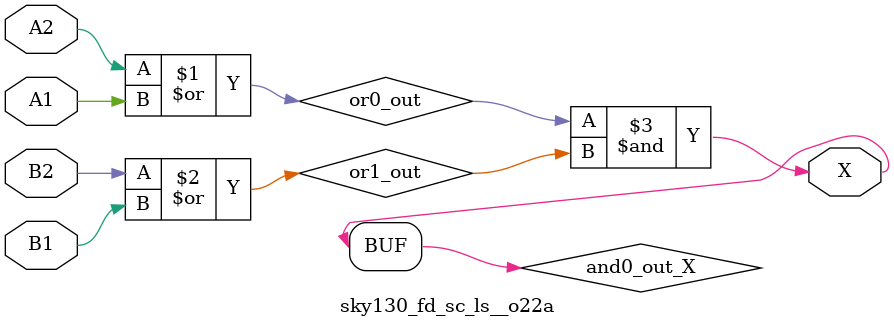
<source format=v>
/*
 * Copyright 2020 The SkyWater PDK Authors
 *
 * Licensed under the Apache License, Version 2.0 (the "License");
 * you may not use this file except in compliance with the License.
 * You may obtain a copy of the License at
 *
 *     https://www.apache.org/licenses/LICENSE-2.0
 *
 * Unless required by applicable law or agreed to in writing, software
 * distributed under the License is distributed on an "AS IS" BASIS,
 * WITHOUT WARRANTIES OR CONDITIONS OF ANY KIND, either express or implied.
 * See the License for the specific language governing permissions and
 * limitations under the License.
 *
 * SPDX-License-Identifier: Apache-2.0
*/


`ifndef SKY130_FD_SC_LS__O22A_FUNCTIONAL_V
`define SKY130_FD_SC_LS__O22A_FUNCTIONAL_V

/**
 * o22a: 2-input OR into both inputs of 2-input AND.
 *
 *       X = ((A1 | A2) & (B1 | B2))
 *
 * Verilog simulation functional model.
 */

`timescale 1ns / 1ps
`default_nettype none

`celldefine
module sky130_fd_sc_ls__o22a (
    X ,
    A1,
    A2,
    B1,
    B2
);

    // Module ports
    output X ;
    input  A1;
    input  A2;
    input  B1;
    input  B2;

    // Local signals
    wire or0_out   ;
    wire or1_out   ;
    wire and0_out_X;

    //  Name  Output      Other arguments
    or  or0  (or0_out   , A2, A1          );
    or  or1  (or1_out   , B2, B1          );
    and and0 (and0_out_X, or0_out, or1_out);
    buf buf0 (X         , and0_out_X      );

endmodule
`endcelldefine

`default_nettype wire
`endif  // SKY130_FD_SC_LS__O22A_FUNCTIONAL_V
</source>
